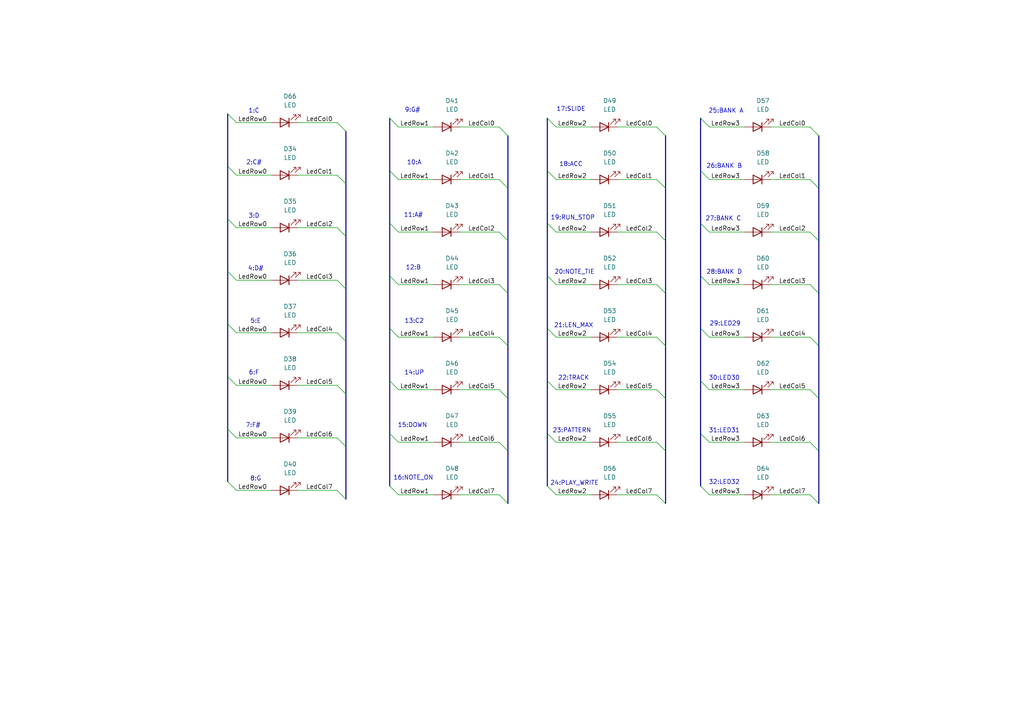
<source format=kicad_sch>
(kicad_sch (version 20231120) (generator "eeschema") (generator_version "8.0")
  (paper "A4")
  (lib_symbols
    (symbol "Device:LED" (pin_numbers hide) (pin_names (offset 1.016) hide)
      (property "Reference" "D" (at 0 2.54 0))
      (property "Value" "LED" (at 0 -2.54 0))
      (symbol "LED_0_1"
        (polyline (pts (xy -1.27 -1.27) (xy -1.27 1.27)) (stroke (width 0.254)))
        (polyline (pts (xy -1.27 0) (xy 1.27 0)))
        (polyline (pts (xy 1.27 -1.27) (xy 1.27 1.27) (xy -1.27 0) (xy 1.27 -1.27)) (stroke (width 0.254)))
        (polyline (pts (xy -3.048 -0.762) (xy -4.572 -2.286) (xy -3.81 -2.286) (xy -4.572 -2.286) (xy -4.572 -1.524)))
        (polyline (pts (xy -1.778 -0.762) (xy -3.302 -2.286) (xy -2.54 -2.286) (xy -3.302 -2.286) (xy -3.302 -1.524)))
      )
      (symbol "LED_1_1"
        (pin passive line (at -3.81 0 0) (length 2.54) (name "K") (number "1"))
        (pin passive line (at 3.81 0 180) (length 2.54) (name "A") (number "2"))
      )
    )
  )
  (bus_entry (at 66.04 48.26) (size 2.54 2.54))
  (bus_entry (at 66.04 93.98) (size 2.54 2.54))
  (bus_entry (at 113.03 80.01) (size 2.54 2.54))
  (bus_entry (at 147.32 39.37) (size -2.54 -2.54))
  (bus_entry (at 158.75 80.01) (size 2.54 2.54))
  (bus_entry (at 113.03 34.29) (size 2.54 2.54))
  (bus_entry (at 237.49 54.61) (size -2.54 -2.54))
  (bus_entry (at 158.75 140.97) (size 2.54 2.54))
  (bus_entry (at 203.2 140.97) (size 2.54 2.54))
  (bus_entry (at 193.04 54.61) (size -2.54 -2.54))
  (bus_entry (at 158.75 110.49) (size 2.54 2.54))
  (bus_entry (at 193.04 69.85) (size -2.54 -2.54))
  (bus_entry (at 147.32 54.61) (size -2.54 -2.54))
  (bus_entry (at 203.2 125.73) (size 2.54 2.54))
  (bus_entry (at 113.03 140.97) (size 2.54 2.54))
  (bus_entry (at 100.33 53.34) (size -2.54 -2.54))
  (bus_entry (at 113.03 64.77) (size 2.54 2.54))
  (bus_entry (at 158.75 125.73) (size 2.54 2.54))
  (bus_entry (at 237.49 100.33) (size -2.54 -2.54))
  (bus_entry (at 158.75 64.77) (size 2.54 2.54))
  (bus_entry (at 193.04 85.09) (size -2.54 -2.54))
  (bus_entry (at 147.32 115.57) (size -2.54 -2.54))
  (bus_entry (at 203.2 64.77) (size 2.54 2.54))
  (bus_entry (at 237.49 39.37) (size -2.54 -2.54))
  (bus_entry (at 158.75 95.25) (size 2.54 2.54))
  (bus_entry (at 100.33 99.06) (size -2.54 -2.54))
  (bus_entry (at 203.2 110.49) (size 2.54 2.54))
  (bus_entry (at 203.2 34.29) (size 2.54 2.54))
  (bus_entry (at 237.49 69.85) (size -2.54 -2.54))
  (bus_entry (at 100.33 38.1) (size -2.54 -2.54))
  (bus_entry (at 193.04 130.81) (size -2.54 -2.54))
  (bus_entry (at 66.04 33.02) (size 2.54 2.54))
  (bus_entry (at 203.2 95.25) (size 2.54 2.54))
  (bus_entry (at 100.33 83.82) (size -2.54 -2.54))
  (bus_entry (at 66.04 139.7) (size 2.54 2.54))
  (bus_entry (at 100.33 129.54) (size -2.54 -2.54))
  (bus_entry (at 113.03 110.49) (size 2.54 2.54))
  (bus_entry (at 203.2 49.53) (size 2.54 2.54))
  (bus_entry (at 147.32 100.33) (size -2.54 -2.54))
  (bus_entry (at 66.04 109.22) (size 2.54 2.54))
  (bus_entry (at 113.03 49.53) (size 2.54 2.54))
  (bus_entry (at 66.04 63.5) (size 2.54 2.54))
  (bus_entry (at 147.32 130.81) (size -2.54 -2.54))
  (bus_entry (at 193.04 146.05) (size -2.54 -2.54))
  (bus_entry (at 100.33 114.3) (size -2.54 -2.54))
  (bus_entry (at 193.04 115.57) (size -2.54 -2.54))
  (bus_entry (at 203.2 80.01) (size 2.54 2.54))
  (bus_entry (at 237.49 146.05) (size -2.54 -2.54))
  (bus_entry (at 193.04 39.37) (size -2.54 -2.54))
  (bus_entry (at 100.33 144.78) (size -2.54 -2.54))
  (bus_entry (at 147.32 85.09) (size -2.54 -2.54))
  (bus_entry (at 66.04 78.74) (size 2.54 2.54))
  (bus_entry (at 158.75 34.29) (size 2.54 2.54))
  (bus_entry (at 147.32 69.85) (size -2.54 -2.54))
  (bus_entry (at 113.03 125.73) (size 2.54 2.54))
  (bus_entry (at 237.49 115.57) (size -2.54 -2.54))
  (bus_entry (at 237.49 130.81) (size -2.54 -2.54))
  (bus_entry (at 100.33 68.58) (size -2.54 -2.54))
  (bus_entry (at 158.75 49.53) (size 2.54 2.54))
  (bus_entry (at 237.49 85.09) (size -2.54 -2.54))
  (bus_entry (at 193.04 100.33) (size -2.54 -2.54))
  (bus_entry (at 113.03 95.25) (size 2.54 2.54))
  (bus_entry (at 66.04 124.46) (size 2.54 2.54))
  (bus_entry (at 147.32 146.05) (size -2.54 -2.54))
  (wire (pts (xy 205.74 113.03) (xy 215.9 113.03)))
  (bus (pts (xy 203.2 95.25) (xy 203.2 110.49)))
  (wire (pts (xy 223.52 36.83) (xy 234.95 36.83)))
  (wire (pts (xy 115.57 113.03) (xy 125.73 113.03)))
  (wire (pts (xy 133.35 97.79) (xy 144.78 97.79)))
  (wire (pts (xy 78.74 66.04) (xy 68.58 66.04)))
  (bus (pts (xy 113.03 64.77) (xy 113.03 80.01)))
  (wire (pts (xy 223.52 113.03) (xy 234.95 113.03)))
  (bus (pts (xy 147.32 39.37) (xy 147.32 54.61)))
  (wire (pts (xy 215.9 36.83) (xy 205.74 36.83)))
  (wire (pts (xy 223.52 67.31) (xy 234.95 67.31)))
  (wire (pts (xy 161.29 113.03) (xy 171.45 113.03)))
  (bus (pts (xy 193.04 54.61) (xy 193.04 69.85)))
  (wire (pts (xy 171.45 67.31) (xy 161.29 67.31)))
  (wire (pts (xy 223.52 97.79) (xy 234.95 97.79)))
  (bus (pts (xy 193.04 69.85) (xy 193.04 85.09)))
  (wire (pts (xy 133.35 113.03) (xy 144.78 113.03)))
  (bus (pts (xy 100.33 53.34) (xy 100.33 68.58)))
  (wire (pts (xy 86.36 111.76) (xy 97.79 111.76)))
  (wire (pts (xy 78.74 81.28) (xy 68.58 81.28)))
  (bus (pts (xy 193.04 100.33) (xy 193.04 115.57)))
  (bus (pts (xy 193.04 130.81) (xy 193.04 146.05)))
  (bus (pts (xy 147.32 130.81) (xy 147.32 146.05)))
  (wire (pts (xy 125.73 36.83) (xy 115.57 36.83)))
  (wire (pts (xy 86.36 66.04) (xy 97.79 66.04)))
  (wire (pts (xy 171.45 36.83) (xy 161.29 36.83)))
  (bus (pts (xy 237.49 69.85) (xy 237.49 85.09)))
  (bus (pts (xy 66.04 109.22) (xy 66.04 124.46)))
  (bus (pts (xy 100.33 129.54) (xy 100.33 144.78)))
  (wire (pts (xy 179.07 67.31) (xy 190.5 67.31)))
  (bus (pts (xy 203.2 34.29) (xy 203.2 49.53)))
  (wire (pts (xy 133.35 52.07) (xy 144.78 52.07)))
  (wire (pts (xy 86.36 50.8) (xy 97.79 50.8)))
  (wire (pts (xy 171.45 143.51) (xy 161.29 143.51)))
  (bus (pts (xy 158.75 80.01) (xy 158.75 95.25)))
  (bus (pts (xy 193.04 115.57) (xy 193.04 130.81)))
  (bus (pts (xy 113.03 49.53) (xy 113.03 64.77)))
  (wire (pts (xy 68.58 111.76) (xy 78.74 111.76)))
  (wire (pts (xy 179.07 52.07) (xy 190.5 52.07)))
  (bus (pts (xy 237.49 100.33) (xy 237.49 115.57)))
  (bus (pts (xy 158.75 34.29) (xy 158.75 49.53)))
  (wire (pts (xy 179.07 113.03) (xy 190.5 113.03)))
  (wire (pts (xy 171.45 52.07) (xy 161.29 52.07)))
  (bus (pts (xy 147.32 54.61) (xy 147.32 69.85)))
  (wire (pts (xy 86.36 96.52) (xy 97.79 96.52)))
  (bus (pts (xy 113.03 95.25) (xy 113.03 110.49)))
  (bus (pts (xy 203.2 64.77) (xy 203.2 80.01)))
  (wire (pts (xy 133.35 128.27) (xy 144.78 128.27)))
  (wire (pts (xy 179.07 97.79) (xy 190.5 97.79)))
  (bus (pts (xy 66.04 93.98) (xy 66.04 109.22)))
  (bus (pts (xy 237.49 54.61) (xy 237.49 69.85)))
  (wire (pts (xy 125.73 82.55) (xy 115.57 82.55)))
  (wire (pts (xy 125.73 143.51) (xy 115.57 143.51)))
  (bus (pts (xy 203.2 49.53) (xy 203.2 64.77)))
  (bus (pts (xy 237.49 115.57) (xy 237.49 130.81)))
  (bus (pts (xy 113.03 125.73) (xy 113.03 140.97)))
  (wire (pts (xy 171.45 128.27) (xy 161.29 128.27)))
  (bus (pts (xy 193.04 85.09) (xy 193.04 100.33)))
  (bus (pts (xy 203.2 125.73) (xy 203.2 140.97)))
  (bus (pts (xy 158.75 110.49) (xy 158.75 125.73)))
  (wire (pts (xy 78.74 142.24) (xy 68.58 142.24)))
  (bus (pts (xy 100.33 99.06) (xy 100.33 114.3)))
  (bus (pts (xy 66.04 63.5) (xy 66.04 78.74)))
  (bus (pts (xy 100.33 83.82) (xy 100.33 99.06)))
  (bus (pts (xy 100.33 114.3) (xy 100.33 129.54)))
  (wire (pts (xy 179.07 82.55) (xy 190.5 82.55)))
  (bus (pts (xy 203.2 110.49) (xy 203.2 125.73)))
  (bus (pts (xy 158.75 95.25) (xy 158.75 110.49)))
  (bus (pts (xy 100.33 38.1) (xy 100.33 53.34)))
  (bus (pts (xy 66.04 48.26) (xy 66.04 63.5)))
  (wire (pts (xy 205.74 97.79) (xy 215.9 97.79)))
  (wire (pts (xy 133.35 82.55) (xy 144.78 82.55)))
  (wire (pts (xy 78.74 50.8) (xy 68.58 50.8)))
  (wire (pts (xy 125.73 67.31) (xy 115.57 67.31)))
  (wire (pts (xy 68.58 96.52) (xy 78.74 96.52)))
  (bus (pts (xy 66.04 33.02) (xy 66.04 48.26)))
  (bus (pts (xy 100.33 68.58) (xy 100.33 83.82)))
  (wire (pts (xy 215.9 128.27) (xy 205.74 128.27)))
  (wire (pts (xy 86.36 35.56) (xy 97.79 35.56)))
  (wire (pts (xy 179.07 128.27) (xy 190.5 128.27)))
  (wire (pts (xy 171.45 82.55) (xy 161.29 82.55)))
  (wire (pts (xy 215.9 82.55) (xy 205.74 82.55)))
  (bus (pts (xy 147.32 85.09) (xy 147.32 100.33)))
  (wire (pts (xy 179.07 36.83) (xy 190.5 36.83)))
  (wire (pts (xy 223.52 52.07) (xy 234.95 52.07)))
  (bus (pts (xy 113.03 110.49) (xy 113.03 125.73)))
  (bus (pts (xy 147.32 115.57) (xy 147.32 130.81)))
  (bus (pts (xy 203.2 80.01) (xy 203.2 95.25)))
  (wire (pts (xy 115.57 97.79) (xy 125.73 97.79)))
  (wire (pts (xy 223.52 82.55) (xy 234.95 82.55)))
  (bus (pts (xy 158.75 125.73) (xy 158.75 140.97)))
  (wire (pts (xy 223.52 143.51) (xy 234.95 143.51)))
  (bus (pts (xy 66.04 124.46) (xy 66.04 139.7)))
  (wire (pts (xy 133.35 143.51) (xy 144.78 143.51)))
  (bus (pts (xy 147.32 100.33) (xy 147.32 115.57)))
  (bus (pts (xy 158.75 64.77) (xy 158.75 80.01)))
  (bus (pts (xy 113.03 80.01) (xy 113.03 95.25)))
  (bus (pts (xy 147.32 69.85) (xy 147.32 85.09)))
  (wire (pts (xy 133.35 67.31) (xy 144.78 67.31)))
  (wire (pts (xy 215.9 67.31) (xy 205.74 67.31)))
  (wire (pts (xy 223.52 128.27) (xy 234.95 128.27)))
  (wire (pts (xy 78.74 127) (xy 68.58 127)))
  (bus (pts (xy 66.04 78.74) (xy 66.04 93.98)))
  (bus (pts (xy 237.49 130.81) (xy 237.49 146.05)))
  (bus (pts (xy 237.49 85.09) (xy 237.49 100.33)))
  (wire (pts (xy 86.36 127) (xy 97.79 127)))
  (bus (pts (xy 193.04 39.37) (xy 193.04 54.61)))
  (wire (pts (xy 86.36 142.24) (xy 97.79 142.24)))
  (bus (pts (xy 158.75 49.53) (xy 158.75 64.77)))
  (wire (pts (xy 86.36 81.28) (xy 97.79 81.28)))
  (wire (pts (xy 78.74 35.56) (xy 68.58 35.56)))
  (wire (pts (xy 161.29 97.79) (xy 171.45 97.79)))
  (wire (pts (xy 125.73 128.27) (xy 115.57 128.27)))
  (bus (pts (xy 113.03 34.29) (xy 113.03 49.53)))
  (wire (pts (xy 215.9 52.07) (xy 205.74 52.07)))
  (bus (pts (xy 237.49 39.37) (xy 237.49 54.61)))
  (wire (pts (xy 179.07 143.51) (xy 190.5 143.51)))
  (wire (pts (xy 125.73 52.07) (xy 115.57 52.07)))
  (wire (pts (xy 133.35 36.83) (xy 144.78 36.83)))
  (wire (pts (xy 215.9 143.51) (xy 205.74 143.51)))
  (text "3:D" (at 73.66 62.738 0) (effects (font (size 1.27 1.27))))
  (text "23:PATTERN" (at 165.862 124.968 0) (effects (font (size 1.27 1.27))))
  (text "6:F\n" (at 73.66 108.204 0) (effects (font (size 1.27 1.27))))
  (text "30:LED30" (at 210.058 109.728 0) (effects (font (size 1.27 1.27))))
  (text "5:E" (at 74.168 93.218 0) (effects (font (size 1.27 1.27))))
  (text "17:SLIDE" (at 165.608 31.75 0) (effects (font (size 1.27 1.27))))
  (text "27:BANK C" (at 209.804 63.5 0) (effects (font (size 1.27 1.27))))
  (text "7:F#\n" (at 73.406 123.444 0) (effects (font (size 1.27 1.27))))
  (text "29:LED29" (at 210.312 93.98 0) (effects (font (size 1.27 1.27))))
  (text "21:LEN_MAX" (at 166.37 94.488 0) (effects (font (size 1.27 1.27))))
  (text "24:PLAY_WRITE" (at 166.624 140.208 0) (effects (font (size 1.27 1.27))))
  (text "14:UP" (at 120.142 108.204 0) (effects (font (size 1.27 1.27))))
  (text "12:B" (at 119.888 77.724 0) (effects (font (size 1.27 1.27))))
  (text "28:BANK D" (at 210.058 78.994 0) (effects (font (size 1.27 1.27))))
  (text "19:RUN_STOP" (at 166.116 63.246 0) (effects (font (size 1.27 1.27))))
  (text "9:G#" (at 119.634 32.004 0) (effects (font (size 1.27 1.27))))
  (text "16:NOTE_ON" (at 119.888 138.684 0) (effects (font (size 1.27 1.27))))
  (text "18:ACC" (at 165.608 47.752 0) (effects (font (size 1.27 1.27))))
  (text "8:G" (at 74.168 138.938 0) (effects (font (size 1.27 1.27))))
  (text "11:A#" (at 119.888 62.484 0) (effects (font (size 1.27 1.27))))
  (text "1:C" (at 73.66 32.258 0) (effects (font (size 1.27 1.27))))
  (text "32:LED32" (at 210.058 139.954 0) (effects (font (size 1.27 1.27))))
  (text "20:NOTE_TIE" (at 166.624 78.994 0) (effects (font (size 1.27 1.27))))
  (text "22:TRACK" (at 166.37 109.728 0) (effects (font (size 1.27 1.27))))
  (text "13:C2" (at 120.142 93.218 0) (effects (font (size 1.27 1.27))))
  (text "10:A" (at 120.142 47.244 0) (effects (font (size 1.27 1.27))))
  (text "26:BANK B" (at 210.058 48.26 0) (effects (font (size 1.27 1.27))))
  (text "4:D#" (at 74.168 77.978 0) (effects (font (size 1.27 1.27))))
  (text "25:BANK A" (at 210.566 32.258 0) (effects (font (size 1.27 1.27))))
  (text "15:DOWN" (at 119.634 123.444 0) (effects (font (size 1.27 1.27))))
  (text "31:LED31" (at 210.058 124.968 0) (effects (font (size 1.27 1.27))))
  (text "2:C#" (at 73.66 47.244 0) (effects (font (size 1.27 1.27))))
  (label "LedRow0" (at 77.47 35.56 180))
  (label "LedCol2" (at 189.23 67.31 180))
  (label "LedCol0" (at 189.23 36.83 180))
  (label "LedRow3" (at 214.63 97.79 180))
  (label "LedCol4" (at 96.52 96.52 180))
  (label "LedRow1" (at 124.46 82.55 180))
  (label "LedCol7" (at 96.52 142.24 180))
  (label "LedCol0" (at 233.68 36.83 180))
  (label "LedCol2" (at 143.51 67.31 180))
  (label "LedCol7" (at 143.51 143.51 180))
  (label "LedRow2" (at 170.18 52.07 180))
  (label "LedRow0" (at 77.47 66.04 180))
  (label "LedRow1" (at 124.46 143.51 180))
  (label "LedRow0" (at 77.47 96.52 180))
  (label "LedCol5" (at 233.68 113.03 180))
  (label "LedCol1" (at 233.68 52.07 180))
  (label "LedCol3" (at 96.52 81.28 180))
  (label "LedRow3" (at 214.63 128.27 180))
  (label "LedRow0" (at 77.47 127 180))
  (label "LedRow3" (at 214.63 143.51 180))
  (label "LedRow2" (at 170.18 36.83 180))
  (label "LedRow1" (at 124.46 67.31 180))
  (label "LedCol4" (at 233.68 97.79 180))
  (label "LedRow0" (at 77.47 50.8 180))
  (label "LedCol6" (at 96.52 127 180))
  (label "LedCol1" (at 96.52 50.8 180))
  (label "LedCol0" (at 96.52 35.56 180))
  (label "LedCol2" (at 96.52 66.04 180))
  (label "LedRow2" (at 170.18 143.51 180))
  (label "LedCol4" (at 143.51 97.79 180))
  (label "LedRow1" (at 124.46 97.79 180))
  (label "LedCol3" (at 189.23 82.55 180))
  (label "LedRow3" (at 214.63 52.07 180))
  (label "LedRow1" (at 124.46 36.83 180))
  (label "LedRow3" (at 214.63 36.83 180))
  (label "LedCol3" (at 233.68 82.55 180))
  (label "LedCol6" (at 189.23 128.27 180))
  (label "LedCol5" (at 143.51 113.03 180))
  (label "LedCol1" (at 143.51 52.07 180))
  (label "LedRow2" (at 170.18 67.31 180))
  (label "LedCol6" (at 143.51 128.27 180))
  (label "LedCol5" (at 189.23 113.03 180))
  (label "LedRow3" (at 214.63 113.03 180))
  (label "LedCol1" (at 189.23 52.07 180))
  (label "LedRow0" (at 77.47 142.24 180))
  (label "LedRow3" (at 214.63 67.31 180))
  (label "LedCol7" (at 189.23 143.51 180))
  (label "LedRow1" (at 124.46 52.07 180))
  (label "LedRow2" (at 170.18 82.55 180))
  (label "LedCol5" (at 96.52 111.76 180))
  (label "LedRow0" (at 77.47 81.28 180))
  (label "LedRow0" (at 77.47 111.76 180))
  (label "LedCol3" (at 143.51 82.55 180))
  (label "LedRow1" (at 124.46 128.27 180))
  (label "LedCol0" (at 143.51 36.83 180))
  (label "LedRow3" (at 214.63 82.55 180))
  (label "LedRow2" (at 170.18 113.03 180))
  (label "LedRow2" (at 170.18 128.27 180))
  (label "LedCol4" (at 189.23 97.79 180))
  (label "LedRow2" (at 170.18 97.79 180))
  (label "LedCol6" (at 233.68 128.27 180))
  (label "LedCol7" (at 233.68 143.51 180))
  (label "LedCol2" (at 233.68 67.31 180))
  (label "LedRow1" (at 124.46 113.03 180))
  (symbol (lib_id "Device:LED") (at 82.55 66.04 180) (unit 1)
    (property "Reference" "D35" (at 84.1375 58.42 0))
    (property "Value" "LED" (at 84.1375 60.96 0))
    (property "Footprint" "LED_THT:LED_D3.0mm" (effects (hide yes)))
    (property "Description" "Light emitting diode" (effects (hide yes)))
  )
  (symbol (lib_id "Device:LED") (at 129.54 82.55 180) (unit 1)
    (property "Reference" "D44" (at 131.1275 74.93 0))
    (property "Value" "LED" (at 131.1275 77.47 0))
    (property "Footprint" "LED_THT:LED_D3.0mm" (effects (hide yes)))
    (property "Description" "Light emitting diode" (effects (hide yes)))
  )
  (symbol (lib_id "Device:LED") (at 129.54 97.79 180) (unit 1)
    (property "Reference" "D45" (at 131.1275 90.17 0))
    (property "Value" "LED" (at 131.1275 92.71 0))
    (property "Footprint" "LED_THT:LED_D3.0mm" (effects (hide yes)))
    (property "Description" "Light emitting diode" (effects (hide yes)))
  )
  (symbol (lib_id "Device:LED") (at 219.71 82.55 180) (unit 1)
    (property "Reference" "D60" (at 221.2975 74.93 0))
    (property "Value" "LED" (at 221.2975 77.47 0))
    (property "Footprint" "LED_THT:LED_D3.0mm" (effects (hide yes)))
    (property "Description" "Light emitting diode" (effects (hide yes)))
  )
  (symbol (lib_id "Device:LED") (at 219.71 67.31 180) (unit 1)
    (property "Reference" "D59" (at 221.2975 59.69 0))
    (property "Value" "LED" (at 221.2975 62.23 0))
    (property "Footprint" "LED_THT:LED_D3.0mm" (effects (hide yes)))
    (property "Description" "Light emitting diode" (effects (hide yes)))
  )
  (symbol (lib_id "Device:LED") (at 82.55 96.52 180) (unit 1)
    (property "Reference" "D37" (at 84.1375 88.9 0))
    (property "Value" "LED" (at 84.1375 91.44 0))
    (property "Footprint" "LED_THT:LED_D3.0mm" (effects (hide yes)))
    (property "Description" "Light emitting diode" (effects (hide yes)))
  )
  (symbol (lib_id "Device:LED") (at 129.54 113.03 180) (unit 1)
    (property "Reference" "D46" (at 131.1275 105.41 0))
    (property "Value" "LED" (at 131.1275 107.95 0))
    (property "Footprint" "LED_THT:LED_D3.0mm" (effects (hide yes)))
    (property "Description" "Light emitting diode" (effects (hide yes)))
  )
  (symbol (lib_id "Device:LED") (at 175.26 67.31 180) (unit 1)
    (property "Reference" "D51" (at 176.8475 59.69 0))
    (property "Value" "LED" (at 176.8475 62.23 0))
    (property "Footprint" "LED_THT:LED_D3.0mm" (effects (hide yes)))
    (property "Description" "Light emitting diode" (effects (hide yes)))
  )
  (symbol (lib_id "Device:LED") (at 82.55 50.8 180) (unit 1)
    (property "Reference" "D34" (at 84.1375 43.18 0))
    (property "Value" "LED" (at 84.1375 45.72 0))
    (property "Footprint" "LED_THT:LED_D3.0mm" (effects (hide yes)))
    (property "Description" "Light emitting diode" (effects (hide yes)))
  )
  (symbol (lib_id "Device:LED") (at 219.71 52.07 180) (unit 1)
    (property "Reference" "D58" (at 221.2975 44.45 0))
    (property "Value" "LED" (at 221.2975 46.99 0))
    (property "Footprint" "LED_THT:LED_D3.0mm" (effects (hide yes)))
    (property "Description" "Light emitting diode" (effects (hide yes)))
  )
  (symbol (lib_id "Device:LED") (at 82.55 111.76 180) (unit 1)
    (property "Reference" "D38" (at 84.1375 104.14 0))
    (property "Value" "LED" (at 84.1375 106.68 0))
    (property "Footprint" "LED_THT:LED_D3.0mm" (effects (hide yes)))
    (property "Description" "Light emitting diode" (effects (hide yes)))
  )
  (symbol (lib_id "Device:LED") (at 219.71 143.51 180) (unit 1)
    (property "Reference" "D64" (at 221.2975 135.89 0))
    (property "Value" "LED" (at 221.2975 138.43 0))
    (property "Footprint" "LED_THT:LED_D3.0mm" (effects (hide yes)))
    (property "Description" "Light emitting diode" (effects (hide yes)))
  )
  (symbol (lib_id "Device:LED") (at 82.55 81.28 180) (unit 1)
    (property "Reference" "D36" (at 84.1375 73.66 0))
    (property "Value" "LED" (at 84.1375 76.2 0))
    (property "Footprint" "LED_THT:LED_D3.0mm" (effects (hide yes)))
    (property "Description" "Light emitting diode" (effects (hide yes)))
  )
  (symbol (lib_id "Device:LED") (at 129.54 52.07 180) (unit 1)
    (property "Reference" "D42" (at 131.1275 44.45 0))
    (property "Value" "LED" (at 131.1275 46.99 0))
    (property "Footprint" "LED_THT:LED_D3.0mm" (effects (hide yes)))
    (property "Description" "Light emitting diode" (effects (hide yes)))
  )
  (symbol (lib_id "Device:LED") (at 82.55 142.24 180) (unit 1)
    (property "Reference" "D40" (at 84.1375 134.62 0))
    (property "Value" "LED" (at 84.1375 137.16 0))
    (property "Footprint" "LED_THT:LED_D3.0mm" (effects (hide yes)))
    (property "Description" "Light emitting diode" (effects (hide yes)))
  )
  (symbol (lib_id "Device:LED") (at 82.55 35.56 180) (unit 1)
    (property "Reference" "D66" (at 84.1375 27.94 0))
    (property "Value" "LED" (at 84.1375 30.48 0))
    (property "Footprint" "LED_THT:LED_D3.0mm" (effects (hide yes)))
    (property "Description" "Light emitting diode" (effects (hide yes)))
  )
  (symbol (lib_id "Device:LED") (at 175.26 128.27 180) (unit 1)
    (property "Reference" "D55" (at 176.8475 120.65 0))
    (property "Value" "LED" (at 176.8475 123.19 0))
    (property "Footprint" "LED_THT:LED_D3.0mm" (effects (hide yes)))
    (property "Description" "Light emitting diode" (effects (hide yes)))
  )
  (symbol (lib_id "Device:LED") (at 129.54 67.31 180) (unit 1)
    (property "Reference" "D43" (at 131.1275 59.69 0))
    (property "Value" "LED" (at 131.1275 62.23 0))
    (property "Footprint" "LED_THT:LED_D3.0mm" (effects (hide yes)))
    (property "Description" "Light emitting diode" (effects (hide yes)))
  )
  (symbol (lib_id "Device:LED") (at 175.26 52.07 180) (unit 1)
    (property "Reference" "D50" (at 176.8475 44.45 0))
    (property "Value" "LED" (at 176.8475 46.99 0))
    (property "Footprint" "LED_THT:LED_D3.0mm" (effects (hide yes)))
    (property "Description" "Light emitting diode" (effects (hide yes)))
  )
  (symbol (lib_id "Device:LED") (at 219.71 128.27 180) (unit 1)
    (property "Reference" "D63" (at 221.2975 120.65 0))
    (property "Value" "LED" (at 221.2975 123.19 0))
    (property "Footprint" "LED_THT:LED_D3.0mm" (effects (hide yes)))
    (property "Description" "Light emitting diode" (effects (hide yes)))
  )
  (symbol (lib_id "Device:LED") (at 129.54 36.83 180) (unit 1)
    (property "Reference" "D41" (at 131.1275 29.21 0))
    (property "Value" "LED" (at 131.1275 31.75 0))
    (property "Footprint" "LED_THT:LED_D3.0mm" (effects (hide yes)))
    (property "Description" "Light emitting diode" (effects (hide yes)))
  )
  (symbol (lib_id "Device:LED") (at 219.71 113.03 180) (unit 1)
    (property "Reference" "D62" (at 221.2975 105.41 0))
    (property "Value" "LED" (at 221.2975 107.95 0))
    (property "Footprint" "LED_THT:LED_D3.0mm" (effects (hide yes)))
    (property "Description" "Light emitting diode" (effects (hide yes)))
  )
  (symbol (lib_id "Device:LED") (at 219.71 97.79 180) (unit 1)
    (property "Reference" "D61" (at 221.2975 90.17 0))
    (property "Value" "LED" (at 221.2975 92.71 0))
    (property "Footprint" "LED_THT:LED_D3.0mm" (effects (hide yes)))
    (property "Description" "Light emitting diode" (effects (hide yes)))
  )
  (symbol (lib_id "Device:LED") (at 82.55 127 180) (unit 1)
    (property "Reference" "D39" (at 84.1375 119.38 0))
    (property "Value" "LED" (at 84.1375 121.92 0))
    (property "Footprint" "LED_THT:LED_D3.0mm" (effects (hide yes)))
    (property "Description" "Light emitting diode" (effects (hide yes)))
  )
  (symbol (lib_id "Device:LED") (at 175.26 97.79 180) (unit 1)
    (property "Reference" "D53" (at 176.8475 90.17 0))
    (property "Value" "LED" (at 176.8475 92.71 0))
    (property "Footprint" "LED_THT:LED_D3.0mm" (effects (hide yes)))
    (property "Description" "Light emitting diode" (effects (hide yes)))
  )
  (symbol (lib_id "Device:LED") (at 129.54 143.51 180) (unit 1)
    (property "Reference" "D48" (at 131.1275 135.89 0))
    (property "Value" "LED" (at 131.1275 138.43 0))
    (property "Footprint" "LED_THT:LED_D3.0mm" (effects (hide yes)))
    (property "Description" "Light emitting diode" (effects (hide yes)))
  )
  (symbol (lib_id "Device:LED") (at 175.26 143.51 180) (unit 1)
    (property "Reference" "D56" (at 176.8475 135.89 0))
    (property "Value" "LED" (at 176.8475 138.43 0))
    (property "Footprint" "LED_THT:LED_D3.0mm" (effects (hide yes)))
    (property "Description" "Light emitting diode" (effects (hide yes)))
  )
  (symbol (lib_id "Device:LED") (at 175.26 36.83 180) (unit 1)
    (property "Reference" "D49" (at 176.8475 29.21 0))
    (property "Value" "LED" (at 176.8475 31.75 0))
    (property "Footprint" "LED_THT:LED_D3.0mm" (effects (hide yes)))
    (property "Description" "Light emitting diode" (effects (hide yes)))
  )
  (symbol (lib_id "Device:LED") (at 175.26 113.03 180) (unit 1)
    (property "Reference" "D54" (at 176.8475 105.41 0))
    (property "Value" "LED" (at 176.8475 107.95 0))
    (property "Footprint" "LED_THT:LED_D3.0mm" (effects (hide yes)))
    (property "Description" "Light emitting diode" (effects (hide yes)))
  )
  (symbol (lib_id "Device:LED") (at 129.54 128.27 180) (unit 1)
    (property "Reference" "D47" (at 131.1275 120.65 0))
    (property "Value" "LED" (at 131.1275 123.19 0))
    (property "Footprint" "LED_THT:LED_D3.0mm" (effects (hide yes)))
    (property "Description" "Light emitting diode" (effects (hide yes)))
  )
  (symbol (lib_id "Device:LED") (at 219.71 36.83 180) (unit 1)
    (property "Reference" "D57" (at 221.2975 29.21 0))
    (property "Value" "LED" (at 221.2975 31.75 0))
    (property "Footprint" "LED_THT:LED_D3.0mm" (effects (hide yes)))
    (property "Description" "Light emitting diode" (effects (hide yes)))
  )
  (symbol (lib_id "Device:LED") (at 175.26 82.55 180) (unit 1)
    (property "Reference" "D52" (at 176.8475 74.93 0))
    (property "Value" "LED" (at 176.8475 77.47 0))
    (property "Footprint" "LED_THT:LED_D3.0mm" (effects (hide yes)))
    (property "Description" "Light emitting diode" (effects (hide yes)))
  )
)
</source>
